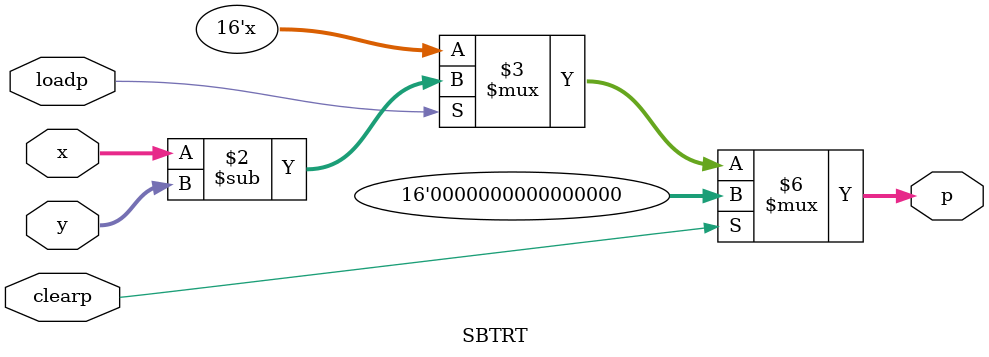
<source format=v>
module SBTRT (
    input [15:0] x, y,
    input loadp, clearp,
    output reg [15:0] p
);

always @* begin
    if (clearp)
        p <= 0;
    else if (loadp)
        p <= x - y;
end

endmodule
</source>
